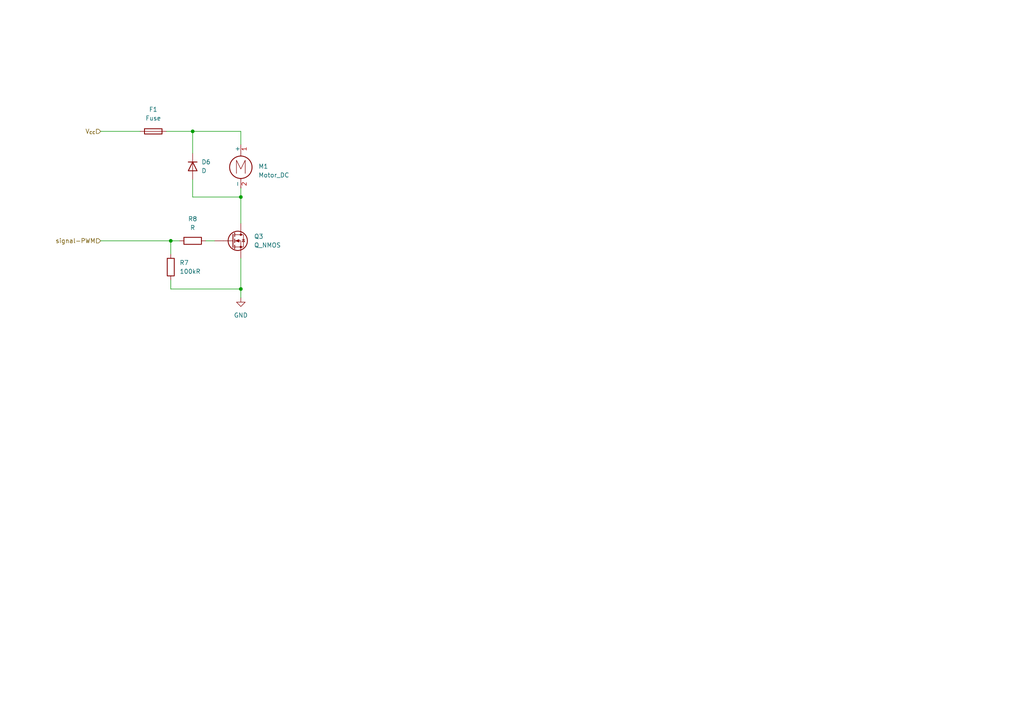
<source format=kicad_sch>
(kicad_sch (version 20250114) (generator "eeschema") (generator_version "9.0")
  (paper "A4")
  (title_block (date "2025-09-25") (rev "v0.0.3") (company "Dag-Electronics"))
  (lib_symbols
    (symbol "Device:D" (pin_numbers (hide yes)) (pin_names (offset 1.016) (hide yes))
      (property "Reference" "D" (at 0 2.54 0))
      (property "Value" "D" (at 0 -2.54 0))
      (symbol "D_0_1"
        (polyline (pts (xy -1.27 1.27) (xy -1.27 -1.27)) (stroke (width 0.254)))
        (polyline (pts (xy 1.27 1.27) (xy 1.27 -1.27) (xy -1.27 0) (xy 1.27 1.27)) (stroke (width 0.254)))
        (polyline (pts (xy 1.27 0) (xy -1.27 0)))
      )
      (symbol "D_1_1"
        (pin passive line (at -3.81 0 0) (length 2.54) (name "K") (number "1"))
        (pin passive line (at 3.81 0 180) (length 2.54) (name "A") (number "2"))
      )
    )
    (symbol "Device:Fuse" (pin_numbers (hide yes)) (pin_names (offset 0))
      (property "Reference" "F" (at 2.032 0 90))
      (property "Value" "Fuse" (at -1.905 0 90))
      (symbol "Fuse_0_1"
        (rectangle (start -0.762 -2.54) (end 0.762 2.54) (stroke (width 0.254)))
        (polyline (pts (xy 0 2.54) (xy 0 -2.54)))
      )
      (symbol "Fuse_1_1"
        (pin passive line (at 0 3.81 270) (length 1.27) (name "~") (number "1"))
        (pin passive line (at 0 -3.81 90) (length 1.27) (name "~") (number "2"))
      )
    )
    (symbol "Device:Q_NMOS" (pin_numbers (hide yes)) (pin_names (offset 0) (hide yes))
      (property "Reference" "Q" (at 5.08 1.27 0))
      (property "Value" "Q_NMOS" (at 5.08 -1.27 0))
      (symbol "Q_NMOS_0_1"
        (polyline (pts (xy 0.254 1.905) (xy 0.254 -1.905)) (stroke (width 0.254)))
        (polyline (pts (xy 0.254 0) (xy -2.54 0)))
        (polyline (pts (xy 0.762 2.286) (xy 0.762 1.27)) (stroke (width 0.254)))
        (polyline (pts (xy 0.762 0.508) (xy 0.762 -0.508)) (stroke (width 0.254)))
        (polyline (pts (xy 0.762 -1.27) (xy 0.762 -2.286)) (stroke (width 0.254)))
        (polyline (pts (xy 0.762 -1.778) (xy 3.302 -1.778) (xy 3.302 1.778) (xy 0.762 1.778)))
        (polyline (pts (xy 1.016 0) (xy 2.032 0.381) (xy 2.032 -0.381) (xy 1.016 0)) (fill (type outline)))
        (circle (center 1.651 0) (radius 2.794) (stroke (width 0.254)))
        (polyline (pts (xy 2.54 2.54) (xy 2.54 1.778)))
        (circle (center 2.54 1.778) (radius 0.254) (fill (type outline)))
        (circle (center 2.54 -1.778) (radius 0.254) (fill (type outline)))
        (polyline (pts (xy 2.54 -2.54) (xy 2.54 0) (xy 0.762 0)))
        (polyline (pts (xy 2.921 0.381) (xy 3.683 0.381)))
        (polyline (pts (xy 3.302 0.381) (xy 2.921 -0.254) (xy 3.683 -0.254) (xy 3.302 0.381)))
      )
      (symbol "Q_NMOS_1_1"
        (pin input line (at -5.08 0 0) (length 2.54) (name "G") (number "G"))
        (pin passive line (at 2.54 5.08 270) (length 2.54) (name "D") (number "D"))
        (pin passive line (at 2.54 -5.08 90) (length 2.54) (name "S") (number "S"))
      )
    )
    (symbol "Device:R" (pin_numbers (hide yes)) (pin_names (offset 0))
      (property "Reference" "R" (at 2.032 0 90))
      (property "Value" "R" (at 0 0 90))
      (symbol "R_0_1"
        (rectangle (start -1.016 -2.54) (end 1.016 2.54) (stroke (width 0.254)))
      )
      (symbol "R_1_1"
        (pin passive line (at 0 3.81 270) (length 1.27) (name "~") (number "1"))
        (pin passive line (at 0 -3.81 90) (length 1.27) (name "~") (number "2"))
      )
    )
    (symbol "Motor:Motor_DC" (pin_names (offset 0))
      (property "Reference" "M" (at 2.54 2.54 0))
      (property "Value" "Motor_DC" (at 2.54 -5.08 0))
      (symbol "Motor_DC_0_0"
        (polyline (pts (xy -1.27 -3.302) (xy -1.27 0.508) (xy 0 -2.032) (xy 1.27 0.508) (xy 1.27 -3.302)))
      )
      (symbol "Motor_DC_0_1"
        (polyline (pts (xy 0 2.032) (xy 0 2.54)))
        (polyline (pts (xy 0 1.7272) (xy 0 2.0828)))
        (circle (center 0 -1.524) (radius 3.2512) (stroke (width 0.254)))
        (polyline (pts (xy 0 -4.7752) (xy 0 -5.1816)))
        (polyline (pts (xy 0 -7.62) (xy 0 -7.112)))
      )
      (symbol "Motor_DC_1_1"
        (pin passive line (at 0 5.08 270) (length 2.54) (name "+") (number "1"))
        (pin passive line (at 0 -7.62 90) (length 2.54) (name "-") (number "2"))
      )
    )
    (symbol "power:GND" (power) (pin_numbers (hide yes)) (pin_names (offset 0) (hide yes))
      (property "Value" "GND" (at 0 -3.81 0))
      (symbol "GND_0_1"
        (polyline (pts (xy 0 0) (xy 0 -1.27) (xy 1.27 -1.27) (xy 0 -2.54) (xy -1.27 -1.27) (xy 0 -1.27)))
      )
      (symbol "GND_1_1"
        (pin power_in line (at 0 0 270) (length 0) (name "~") (number "1"))
      )
    )
  )
  (junction (at 49.53 69.85))
  (junction (at 55.88 38.1))
  (junction (at 69.85 57.15))
  (junction (at 69.85 83.82))
  (wire (pts (xy 55.88 44.45) (xy 55.88 38.1)))
  (wire (pts (xy 55.88 38.1) (xy 69.85 38.1)))
  (wire (pts (xy 29.21 69.85) (xy 49.53 69.85)))
  (wire (pts (xy 49.53 83.82) (xy 69.85 83.82)))
  (wire (pts (xy 48.26 38.1) (xy 55.88 38.1)))
  (wire (pts (xy 69.85 83.82) (xy 69.85 86.36)))
  (wire (pts (xy 49.53 69.85) (xy 49.53 73.66)))
  (wire (pts (xy 69.85 54.61) (xy 69.85 57.15)))
  (wire (pts (xy 69.85 38.1) (xy 69.85 41.91)))
  (wire (pts (xy 55.88 52.07) (xy 55.88 57.15)))
  (wire (pts (xy 29.21 38.1) (xy 40.64 38.1)))
  (wire (pts (xy 69.85 74.93) (xy 69.85 83.82)))
  (wire (pts (xy 59.69 69.85) (xy 62.23 69.85)))
  (wire (pts (xy 49.53 69.85) (xy 52.07 69.85)))
  (wire (pts (xy 55.88 57.15) (xy 69.85 57.15)))
  (wire (pts (xy 69.85 57.15) (xy 69.85 64.77)))
  (wire (pts (xy 49.53 81.28) (xy 49.53 83.82)))
  (hierarchical_label "signal-PWM" (shape input) (at 29.21 69.85 180))
  (hierarchical_label "V_{cc}" (shape input) (at 29.21 38.1 180))
  (symbol (lib_id "Device:R") (at 49.53 77.47 0) (unit 1)
    (property "Reference" "R7" (at 52.07 76.1999 0) (effects (justify left)))
    (property "Value" "100kR" (at 52.07 78.7399 0) (effects (justify left)))
    (property "Description" "Resistor" (effects (hide yes)))
  )
  (symbol (lib_id "Device:Q_NMOS") (at 67.31 69.85 0) (unit 1)
    (property "Reference" "Q3" (at 73.66 68.5799 0) (effects (justify left)))
    (property "Value" "Q_NMOS" (at 73.66 71.1199 0) (effects (justify left)))
    (property "Description" "N-MOSFET transistor" (effects (hide yes)))
  )
  (symbol (lib_id "Device:D") (at 55.88 48.26 270) (unit 1)
    (property "Reference" "D6" (at 58.42 46.9899 90) (effects (justify left)))
    (property "Value" "D" (at 58.42 49.5299 90) (effects (justify left)))
    (property "Description" "Diode" (effects (hide yes)))
    (property "Sim.Device" "D" (effects (hide yes)))
    (property "Sim.Pins" "1=K 2=A" (effects (hide yes)))
  )
  (symbol (lib_id "power:GND") (at 69.85 86.36 0) (unit 1)
    (property "Reference" "#PWR024" (effects (hide yes)))
    (property "Value" "GND" (at 69.85 91.44 0))
    (property "Description" "Power symbol creates a global label with name \"GND\" , ground" (effects (hide yes)))
  )
  (symbol (lib_id "Motor:Motor_DC") (at 69.85 46.99 0) (unit 1)
    (property "Reference" "M1" (at 74.93 48.2599 0) (effects (justify left)))
    (property "Value" "Motor_DC" (at 74.93 50.7999 0) (effects (justify left)))
    (property "Description" "DC Motor" (effects (hide yes)))
  )
  (symbol (lib_id "Device:R") (at 55.88 69.85 90) (unit 1)
    (property "Reference" "R8" (at 55.88 63.5 90))
    (property "Value" "R" (at 55.88 66.04 90))
    (property "Description" "Resistor" (effects (hide yes)))
  )
  (symbol (lib_id "Device:Fuse") (at 44.45 38.1 90) (unit 1)
    (property "Reference" "F1" (at 44.45 31.75 90))
    (property "Value" "Fuse" (at 44.45 34.29 90))
    (property "Description" "Fuse" (effects (hide yes)))
  )
)
</source>
